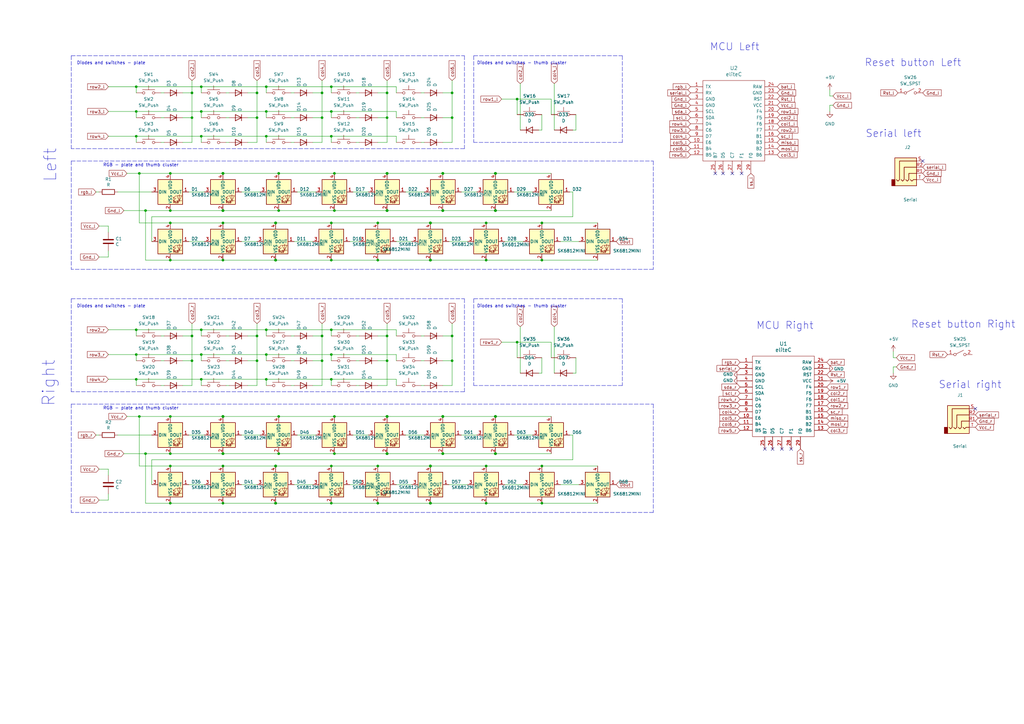
<source format=kicad_sch>
(kicad_sch (version 20211123) (generator eeschema)
  (paper "A3")
  (junction (at 114.3 71.12))
  (junction (at 158.75 186.055) (diameter 1.016))
  (junction (at 176.53 206.375) (diameter 1.016))
  (junction (at 91.44 86.36) (diameter 1.016))
  (junction (at 69.85 191.135))
  (junction (at 203.2 186.055) (diameter 1.016))
  (junction (at 91.44 206.375))
  (junction (at 59.69 186.055))
  (junction (at 109.22 45.72))
  (junction (at 181.61 170.815) (diameter 1.016))
  (junction (at 158.75 71.12) (diameter 1.016))
  (junction (at 222.25 191.135))
  (junction (at 212.09 40.64))
  (junction (at 82.55 55.88))
  (junction (at 176.53 106.68) (diameter 1.016))
  (junction (at 199.39 91.44))
  (junction (at 114.3 86.36))
  (junction (at 55.88 55.88))
  (junction (at 91.44 191.135))
  (junction (at 69.85 71.12))
  (junction (at 154.94 191.135))
  (junction (at 105.41 38.1))
  (junction (at 113.03 206.375) (diameter 1.016))
  (junction (at 91.44 91.44))
  (junction (at 176.53 91.44) (diameter 1.016))
  (junction (at 199.39 106.68))
  (junction (at 109.22 35.56))
  (junction (at 113.03 91.44) (diameter 1.016))
  (junction (at 185.42 38.1))
  (junction (at 69.85 86.36))
  (junction (at 135.89 55.88))
  (junction (at 82.55 35.56))
  (junction (at 132.08 38.1))
  (junction (at 114.3 186.055))
  (junction (at 91.44 71.12) (diameter 1.016))
  (junction (at 181.61 86.36) (diameter 1.016))
  (junction (at 135.89 145.415))
  (junction (at 212.09 140.335))
  (junction (at 158.75 38.1))
  (junction (at 203.2 170.815) (diameter 1.016))
  (junction (at 132.08 48.26))
  (junction (at 135.89 206.375))
  (junction (at 69.85 170.815))
  (junction (at 135.89 45.72))
  (junction (at 185.42 48.26))
  (junction (at 137.16 86.36))
  (junction (at 199.39 191.135))
  (junction (at 55.88 135.255))
  (junction (at 82.55 45.72))
  (junction (at 135.89 191.135))
  (junction (at 154.94 206.375))
  (junction (at 109.22 55.88))
  (junction (at 137.16 71.12))
  (junction (at 158.75 137.795))
  (junction (at 199.39 206.375))
  (junction (at 135.89 155.575))
  (junction (at 91.44 106.68))
  (junction (at 55.88 145.415))
  (junction (at 222.25 106.68))
  (junction (at 113.03 106.68) (diameter 1.016))
  (junction (at 91.44 170.815) (diameter 1.016))
  (junction (at 135.89 106.68))
  (junction (at 109.22 135.255))
  (junction (at 181.61 71.12) (diameter 1.016))
  (junction (at 158.75 147.955))
  (junction (at 135.89 35.56))
  (junction (at 82.55 145.415))
  (junction (at 82.55 135.255))
  (junction (at 105.41 147.955))
  (junction (at 137.16 186.055))
  (junction (at 132.08 147.955))
  (junction (at 222.25 91.44))
  (junction (at 82.55 155.575))
  (junction (at 185.42 147.955))
  (junction (at 69.85 91.44))
  (junction (at 105.41 137.795))
  (junction (at 91.44 186.055) (diameter 1.016))
  (junction (at 181.61 186.055) (diameter 1.016))
  (junction (at 176.53 191.135) (diameter 1.016))
  (junction (at 109.22 145.415))
  (junction (at 69.85 106.68))
  (junction (at 114.3 170.815))
  (junction (at 113.03 191.135) (diameter 1.016))
  (junction (at 59.69 86.36))
  (junction (at 78.74 38.1))
  (junction (at 105.41 48.26))
  (junction (at 109.22 155.575))
  (junction (at 222.25 206.375))
  (junction (at 137.16 170.815))
  (junction (at 158.75 86.36) (diameter 1.016))
  (junction (at 69.85 186.055))
  (junction (at 69.85 206.375))
  (junction (at 154.94 106.68))
  (junction (at 57.15 71.12))
  (junction (at 132.08 137.795))
  (junction (at 55.88 35.56))
  (junction (at 158.75 48.26))
  (junction (at 203.2 71.12) (diameter 1.016))
  (junction (at 185.42 137.795))
  (junction (at 78.74 137.795))
  (junction (at 158.75 170.815) (diameter 1.016))
  (junction (at 78.74 147.955))
  (junction (at 55.88 155.575))
  (junction (at 135.89 91.44))
  (junction (at 154.94 91.44))
  (junction (at 57.15 170.815))
  (junction (at 55.88 45.72))
  (junction (at 135.89 135.255))
  (junction (at 203.2 86.36) (diameter 1.016))
  (junction (at 78.74 48.26))
  (no_connect (at 313.69 184.15))
  (no_connect (at 378.46 66.04))
  (no_connect (at 316.865 184.15))
  (no_connect (at 320.675 184.15))
  (no_connect (at 293.37 71.12))
  (no_connect (at 300.355 71.12))
  (no_connect (at 304.165 71.12))
  (no_connect (at 296.545 71.12))
  (no_connect (at 400.05 167.64))
  (no_connect (at 324.485 184.15))
  (wire (pts (xy 77.47 198.755) (xy 83.82 198.755)))
  (wire (pts (xy 39.37 78.74) (xy 40.64 78.74)))
  (wire (pts (xy 59.69 86.36) (xy 69.85 86.36)))
  (wire (pts (xy 199.39 91.44) (xy 222.25 91.44)))
  (wire (pts (xy 146.05 38.1) (xy 147.32 38.1)))
  (wire (pts (xy 185.42 48.26) (xy 185.42 58.42)))
  (polyline (pts (xy 267.97 210.185) (xy 29.21 210.185)))
  (wire (pts (xy 57.15 71.12) (xy 57.15 91.44)))
  (wire (pts (xy 109.22 158.115) (xy 109.22 155.575)))
  (wire (pts (xy 48.26 178.435) (xy 62.23 178.435)))
  (wire (pts (xy 92.71 137.795) (xy 93.98 137.795)))
  (wire (pts (xy 181.61 48.26) (xy 185.42 48.26)))
  (wire (pts (xy 105.41 147.955) (xy 105.41 158.115)))
  (wire (pts (xy 101.6 137.795) (xy 105.41 137.795)))
  (wire (pts (xy 226.06 140.335) (xy 226.06 146.685)))
  (wire (pts (xy 55.88 137.795) (xy 55.88 135.255)))
  (wire (pts (xy 162.56 198.755) (xy 168.91 198.755)))
  (wire (pts (xy 109.22 58.42) (xy 109.22 55.88)))
  (wire (pts (xy 109.22 137.795) (xy 109.22 135.255)))
  (wire (pts (xy 135.89 91.44) (xy 154.94 91.44)))
  (wire (pts (xy 120.65 198.755) (xy 128.27 198.755)))
  (wire (pts (xy 135.89 45.72) (xy 162.56 45.72)))
  (polyline (pts (xy 29.21 165.735) (xy 267.97 165.735)))
  (wire (pts (xy 77.47 178.435) (xy 83.82 178.435)))
  (wire (pts (xy 55.88 35.56) (xy 82.55 35.56)))
  (wire (pts (xy 162.56 137.795) (xy 162.56 135.255)))
  (wire (pts (xy 227.33 34.29) (xy 227.33 53.34)))
  (wire (pts (xy 222.25 106.68) (xy 245.11 106.68)))
  (wire (pts (xy 185.42 137.795) (xy 185.42 147.955)))
  (wire (pts (xy 59.69 206.375) (xy 69.85 206.375)))
  (polyline (pts (xy 29.21 66.04) (xy 267.97 66.04)))
  (wire (pts (xy 55.88 58.42) (xy 55.88 55.88)))
  (wire (pts (xy 82.55 45.72) (xy 109.22 45.72)))
  (wire (pts (xy 234.95 188.595) (xy 234.95 178.435)))
  (wire (pts (xy 162.56 147.955) (xy 162.56 145.415)))
  (wire (pts (xy 158.75 71.12) (xy 181.61 71.12)))
  (wire (pts (xy 213.36 34.29) (xy 213.36 53.34)))
  (polyline (pts (xy 29.21 66.04) (xy 29.21 110.49)))
  (wire (pts (xy 109.22 55.88) (xy 135.89 55.88)))
  (wire (pts (xy 158.75 38.1) (xy 158.75 48.26)))
  (wire (pts (xy 78.74 137.795) (xy 78.74 147.955)))
  (wire (pts (xy 44.45 92.71) (xy 40.64 92.71)))
  (wire (pts (xy 184.15 99.06) (xy 191.77 99.06)))
  (wire (pts (xy 69.85 186.055) (xy 91.44 186.055)))
  (wire (pts (xy 172.72 137.795) (xy 173.99 137.795)))
  (wire (pts (xy 154.94 147.955) (xy 158.75 147.955)))
  (wire (pts (xy 44.45 192.405) (xy 40.64 192.405)))
  (wire (pts (xy 92.71 58.42) (xy 93.98 58.42)))
  (wire (pts (xy 143.51 99.06) (xy 147.32 99.06)))
  (wire (pts (xy 82.55 38.1) (xy 82.55 35.56)))
  (wire (pts (xy 226.06 40.64) (xy 226.06 46.99)))
  (wire (pts (xy 176.53 191.135) (xy 199.39 191.135)))
  (wire (pts (xy 120.65 99.06) (xy 128.27 99.06)))
  (wire (pts (xy 99.06 99.06) (xy 105.41 99.06)))
  (wire (pts (xy 172.72 147.955) (xy 173.99 147.955)))
  (wire (pts (xy 91.44 86.36) (xy 114.3 86.36)))
  (wire (pts (xy 44.45 205.105) (xy 44.45 202.565)))
  (wire (pts (xy 121.92 178.435) (xy 129.54 178.435)))
  (wire (pts (xy 57.15 191.135) (xy 69.85 191.135)))
  (wire (pts (xy 109.22 38.1) (xy 109.22 35.56)))
  (wire (pts (xy 62.23 188.595) (xy 234.95 188.595)))
  (wire (pts (xy 50.8 186.055) (xy 59.69 186.055)))
  (wire (pts (xy 59.69 186.055) (xy 69.85 186.055)))
  (wire (pts (xy 135.89 191.135) (xy 154.94 191.135)))
  (wire (pts (xy 184.15 198.755) (xy 191.77 198.755)))
  (wire (pts (xy 172.72 158.115) (xy 173.99 158.115)))
  (polyline (pts (xy 255.27 158.115) (xy 194.31 158.115)))
  (wire (pts (xy 128.27 48.26) (xy 132.08 48.26)))
  (wire (pts (xy 135.89 58.42) (xy 135.89 55.88)))
  (wire (pts (xy 185.42 132.715) (xy 185.42 137.795)))
  (wire (pts (xy 66.04 38.1) (xy 67.31 38.1)))
  (wire (pts (xy 222.25 153.035) (xy 220.98 153.035)))
  (wire (pts (xy 55.88 38.1) (xy 55.88 35.56)))
  (wire (pts (xy 66.04 137.795) (xy 67.31 137.795)))
  (wire (pts (xy 154.94 91.44) (xy 176.53 91.44)))
  (wire (pts (xy 132.08 137.795) (xy 132.08 147.955)))
  (wire (pts (xy 105.41 38.1) (xy 105.41 48.26)))
  (wire (pts (xy 105.41 33.02) (xy 105.41 38.1)))
  (wire (pts (xy 181.61 58.42) (xy 185.42 58.42)))
  (wire (pts (xy 101.6 147.955) (xy 105.41 147.955)))
  (wire (pts (xy 236.22 153.035) (xy 234.95 153.035)))
  (polyline (pts (xy 255.27 122.555) (xy 255.27 158.115)))
  (wire (pts (xy 137.16 86.36) (xy 158.75 86.36)))
  (wire (pts (xy 66.04 147.955) (xy 67.31 147.955)))
  (wire (pts (xy 366.395 144.145) (xy 366.395 146.685)))
  (wire (pts (xy 69.85 106.68) (xy 91.44 106.68)))
  (wire (pts (xy 162.56 99.06) (xy 168.91 99.06)))
  (wire (pts (xy 181.61 71.12) (xy 203.2 71.12)))
  (wire (pts (xy 229.87 99.06) (xy 237.49 99.06)))
  (wire (pts (xy 74.93 158.115) (xy 78.74 158.115)))
  (wire (pts (xy 78.74 132.715) (xy 78.74 137.795)))
  (wire (pts (xy 113.03 191.135) (xy 135.89 191.135)))
  (wire (pts (xy 162.56 48.26) (xy 162.56 45.72)))
  (wire (pts (xy 40.64 205.105) (xy 44.45 205.105)))
  (wire (pts (xy 128.27 147.955) (xy 132.08 147.955)))
  (wire (pts (xy 69.85 86.36) (xy 91.44 86.36)))
  (wire (pts (xy 154.94 48.26) (xy 158.75 48.26)))
  (wire (pts (xy 222.25 206.375) (xy 245.11 206.375)))
  (wire (pts (xy 135.89 137.795) (xy 135.89 135.255)))
  (wire (pts (xy 78.74 48.26) (xy 78.74 58.42)))
  (wire (pts (xy 181.61 86.36) (xy 203.2 86.36)))
  (wire (pts (xy 105.41 48.26) (xy 105.41 58.42)))
  (wire (pts (xy 82.55 58.42) (xy 82.55 55.88)))
  (wire (pts (xy 132.08 147.955) (xy 132.08 158.115)))
  (wire (pts (xy 210.82 78.74) (xy 218.44 78.74)))
  (wire (pts (xy 82.55 35.56) (xy 109.22 35.56)))
  (wire (pts (xy 203.2 170.815) (xy 226.06 170.815)))
  (wire (pts (xy 62.23 99.06) (xy 62.23 88.9)))
  (wire (pts (xy 158.75 147.955) (xy 158.75 158.115)))
  (wire (pts (xy 222.25 191.135) (xy 245.11 191.135)))
  (wire (pts (xy 154.94 206.375) (xy 176.53 206.375)))
  (wire (pts (xy 207.01 99.06) (xy 214.63 99.06)))
  (wire (pts (xy 181.61 186.055) (xy 203.2 186.055)))
  (wire (pts (xy 128.27 158.115) (xy 132.08 158.115)))
  (wire (pts (xy 205.74 140.335) (xy 212.09 140.335)))
  (wire (pts (xy 119.38 147.955) (xy 120.65 147.955)))
  (wire (pts (xy 99.06 78.74) (xy 106.68 78.74)))
  (wire (pts (xy 185.42 38.1) (xy 185.42 48.26)))
  (wire (pts (xy 162.56 158.115) (xy 162.56 155.575)))
  (wire (pts (xy 189.23 178.435) (xy 195.58 178.435)))
  (wire (pts (xy 69.85 91.44) (xy 91.44 91.44)))
  (wire (pts (xy 91.44 106.68) (xy 113.03 106.68)))
  (wire (pts (xy 162.56 58.42) (xy 162.56 55.88)))
  (wire (pts (xy 99.06 198.755) (xy 105.41 198.755)))
  (wire (pts (xy 114.3 186.055) (xy 137.16 186.055)))
  (wire (pts (xy 128.27 58.42) (xy 132.08 58.42)))
  (wire (pts (xy 144.78 78.74) (xy 151.13 78.74)))
  (wire (pts (xy 82.55 135.255) (xy 109.22 135.255)))
  (wire (pts (xy 128.27 38.1) (xy 132.08 38.1)))
  (wire (pts (xy 185.42 147.955) (xy 185.42 158.115)))
  (wire (pts (xy 128.27 137.795) (xy 132.08 137.795)))
  (wire (pts (xy 146.05 158.115) (xy 147.32 158.115)))
  (wire (pts (xy 166.37 78.74) (xy 173.99 78.74)))
  (wire (pts (xy 176.53 106.68) (xy 199.39 106.68)))
  (wire (pts (xy 176.53 206.375) (xy 199.39 206.375)))
  (wire (pts (xy 154.94 158.115) (xy 158.75 158.115)))
  (polyline (pts (xy 190.5 160.655) (xy 29.21 160.655)))
  (wire (pts (xy 135.89 147.955) (xy 135.89 145.415)))
  (wire (pts (xy 105.41 132.715) (xy 105.41 137.795)))
  (wire (pts (xy 66.04 58.42) (xy 67.31 58.42)))
  (wire (pts (xy 69.85 191.135) (xy 91.44 191.135)))
  (wire (pts (xy 132.08 38.1) (xy 132.08 48.26)))
  (wire (pts (xy 212.09 140.335) (xy 226.06 140.335)))
  (wire (pts (xy 207.01 198.755) (xy 214.63 198.755)))
  (wire (pts (xy 82.55 147.955) (xy 82.55 145.415)))
  (wire (pts (xy 57.15 91.44) (xy 69.85 91.44)))
  (wire (pts (xy 340.36 43.18) (xy 341.63 43.18)))
  (wire (pts (xy 135.89 145.415) (xy 162.56 145.415)))
  (wire (pts (xy 82.55 55.88) (xy 109.22 55.88)))
  (wire (pts (xy 143.51 198.755) (xy 147.32 198.755)))
  (wire (pts (xy 146.05 137.795) (xy 147.32 137.795)))
  (wire (pts (xy 113.03 206.375) (xy 135.89 206.375)))
  (wire (pts (xy 44.45 105.41) (xy 44.45 102.87)))
  (wire (pts (xy 78.74 33.02) (xy 78.74 38.1)))
  (wire (pts (xy 213.36 133.985) (xy 213.36 153.035)))
  (wire (pts (xy 340.36 39.37) (xy 341.63 39.37)))
  (wire (pts (xy 69.85 206.375) (xy 91.44 206.375)))
  (wire (pts (xy 99.06 178.435) (xy 106.68 178.435)))
  (wire (pts (xy 366.395 150.495) (xy 367.665 150.495)))
  (wire (pts (xy 199.39 106.68) (xy 222.25 106.68)))
  (wire (pts (xy 154.94 191.135) (xy 176.53 191.135)))
  (polyline (pts (xy 190.5 22.86) (xy 190.5 60.96)))
  (wire (pts (xy 59.69 86.36) (xy 59.69 106.68)))
  (wire (pts (xy 199.39 191.135) (xy 222.25 191.135)))
  (wire (pts (xy 233.68 78.74) (xy 234.95 78.74)))
  (wire (pts (xy 137.16 170.815) (xy 158.75 170.815)))
  (wire (pts (xy 203.2 186.055) (xy 226.06 186.055)))
  (wire (pts (xy 172.72 48.26) (xy 173.99 48.26)))
  (wire (pts (xy 181.61 170.815) (xy 203.2 170.815)))
  (wire (pts (xy 91.44 206.375) (xy 113.03 206.375)))
  (wire (pts (xy 158.75 86.36) (xy 181.61 86.36)))
  (wire (pts (xy 212.09 40.64) (xy 226.06 40.64)))
  (wire (pts (xy 55.88 155.575) (xy 82.55 155.575)))
  (wire (pts (xy 162.56 38.1) (xy 162.56 35.56)))
  (polyline (pts (xy 255.27 22.86) (xy 255.27 58.42)))
  (wire (pts (xy 212.09 140.335) (xy 212.09 146.685)))
  (wire (pts (xy 74.93 58.42) (xy 78.74 58.42)))
  (polyline (pts (xy 194.31 122.555) (xy 194.31 158.115)))
  (wire (pts (xy 222.25 146.685) (xy 222.25 153.035)))
  (wire (pts (xy 199.39 206.375) (xy 222.25 206.375)))
  (wire (pts (xy 91.44 91.44) (xy 113.03 91.44)))
  (wire (pts (xy 92.71 147.955) (xy 93.98 147.955)))
  (wire (pts (xy 119.38 137.795) (xy 120.65 137.795)))
  (wire (pts (xy 69.85 71.12) (xy 91.44 71.12)))
  (wire (pts (xy 144.78 178.435) (xy 151.13 178.435)))
  (wire (pts (xy 203.2 86.36) (xy 226.06 86.36)))
  (wire (pts (xy 55.88 48.26) (xy 55.88 45.72)))
  (wire (pts (xy 135.89 155.575) (xy 162.56 155.575)))
  (wire (pts (xy 158.75 132.715) (xy 158.75 137.795)))
  (wire (pts (xy 135.89 38.1) (xy 135.89 35.56)))
  (wire (pts (xy 55.88 135.255) (xy 82.55 135.255)))
  (wire (pts (xy 91.44 170.815) (xy 114.3 170.815)))
  (wire (pts (xy 229.87 198.755) (xy 237.49 198.755)))
  (wire (pts (xy 78.74 38.1) (xy 78.74 48.26)))
  (wire (pts (xy 44.45 135.255) (xy 55.88 135.255)))
  (wire (pts (xy 92.71 48.26) (xy 93.98 48.26)))
  (wire (pts (xy 66.04 48.26) (xy 67.31 48.26)))
  (wire (pts (xy 135.89 206.375) (xy 154.94 206.375)))
  (wire (pts (xy 181.61 137.795) (xy 185.42 137.795)))
  (wire (pts (xy 109.22 145.415) (xy 135.89 145.415)))
  (wire (pts (xy 135.89 158.115) (xy 135.89 155.575)))
  (polyline (pts (xy 190.5 122.555) (xy 190.5 160.655)))
  (wire (pts (xy 55.88 55.88) (xy 82.55 55.88)))
  (wire (pts (xy 109.22 35.56) (xy 135.89 35.56)))
  (wire (pts (xy 181.61 38.1) (xy 185.42 38.1)))
  (wire (pts (xy 132.08 132.715) (xy 132.08 137.795)))
  (polyline (pts (xy 190.5 60.96) (xy 29.21 60.96)))
  (wire (pts (xy 48.26 78.74) (xy 62.23 78.74)))
  (wire (pts (xy 176.53 91.44) (xy 199.39 91.44)))
  (wire (pts (xy 109.22 48.26) (xy 109.22 45.72)))
  (wire (pts (xy 91.44 71.12) (xy 114.3 71.12)))
  (wire (pts (xy 205.74 40.64) (xy 212.09 40.64)))
  (wire (pts (xy 137.16 186.055) (xy 158.75 186.055)))
  (wire (pts (xy 55.88 145.415) (xy 82.55 145.415)))
  (wire (pts (xy 137.16 71.12) (xy 158.75 71.12)))
  (wire (pts (xy 119.38 58.42) (xy 120.65 58.42)))
  (wire (pts (xy 135.89 106.68) (xy 154.94 106.68)))
  (polyline (pts (xy 29.21 22.86) (xy 190.5 22.86)))
  (wire (pts (xy 158.75 137.795) (xy 158.75 147.955)))
  (wire (pts (xy 44.45 155.575) (xy 55.88 155.575)))
  (wire (pts (xy 236.22 53.34) (xy 234.95 53.34)))
  (wire (pts (xy 114.3 86.36) (xy 137.16 86.36)))
  (wire (pts (xy 44.45 194.945) (xy 44.45 192.405)))
  (polyline (pts (xy 255.27 58.42) (xy 194.31 58.42)))
  (wire (pts (xy 119.38 158.115) (xy 120.65 158.115)))
  (wire (pts (xy 121.92 78.74) (xy 129.54 78.74)))
  (polyline (pts (xy 29.21 122.555) (xy 29.21 160.655)))
  (wire (pts (xy 82.55 158.115) (xy 82.55 155.575)))
  (wire (pts (xy 222.25 91.44) (xy 245.11 91.44)))
  (wire (pts (xy 101.6 58.42) (xy 105.41 58.42)))
  (wire (pts (xy 146.05 58.42) (xy 147.32 58.42)))
  (wire (pts (xy 340.36 36.83) (xy 340.36 39.37)))
  (wire (pts (xy 105.41 137.795) (xy 105.41 147.955)))
  (wire (pts (xy 74.93 147.955) (xy 78.74 147.955)))
  (wire (pts (xy 77.47 78.74) (xy 83.82 78.74)))
  (wire (pts (xy 119.38 38.1) (xy 120.65 38.1)))
  (wire (pts (xy 172.72 58.42) (xy 173.99 58.42)))
  (polyline (pts (xy 29.21 22.86) (xy 29.21 60.96)))
  (wire (pts (xy 109.22 45.72) (xy 135.89 45.72)))
  (wire (pts (xy 57.15 170.815) (xy 69.85 170.815)))
  (wire (pts (xy 166.37 178.435) (xy 173.99 178.435)))
  (wire (pts (xy 62.23 88.9) (xy 234.95 88.9)))
  (wire (pts (xy 119.38 48.26) (xy 120.65 48.26)))
  (wire (pts (xy 146.05 147.955) (xy 147.32 147.955)))
  (wire (pts (xy 236.22 146.685) (xy 236.22 153.035)))
  (wire (pts (xy 109.22 135.255) (xy 135.89 135.255)))
  (wire (pts (xy 109.22 155.575) (xy 135.89 155.575)))
  (wire (pts (xy 366.395 153.035) (xy 366.395 150.495)))
  (wire (pts (xy 227.33 133.985) (xy 227.33 153.035)))
  (wire (pts (xy 135.89 48.26) (xy 135.89 45.72)))
  (wire (pts (xy 212.09 40.64) (xy 212.09 46.99)))
  (wire (pts (xy 154.94 106.68) (xy 176.53 106.68)))
  (wire (pts (xy 52.07 71.12) (xy 57.15 71.12)))
  (wire (pts (xy 113.03 106.68) (xy 135.89 106.68)))
  (wire (pts (xy 55.88 147.955) (xy 55.88 145.415)))
  (wire (pts (xy 82.55 137.795) (xy 82.55 135.255)))
  (wire (pts (xy 44.45 45.72) (xy 55.88 45.72)))
  (wire (pts (xy 78.74 147.955) (xy 78.74 158.115)))
  (wire (pts (xy 132.08 48.26) (xy 132.08 58.42)))
  (wire (pts (xy 234.95 88.9) (xy 234.95 78.74)))
  (wire (pts (xy 181.61 147.955) (xy 185.42 147.955)))
  (wire (pts (xy 69.85 170.815) (xy 91.44 170.815)))
  (wire (pts (xy 113.03 91.44) (xy 135.89 91.44)))
  (wire (pts (xy 44.45 145.415) (xy 55.88 145.415)))
  (wire (pts (xy 74.93 48.26) (xy 78.74 48.26)))
  (wire (pts (xy 39.37 178.435) (xy 40.64 178.435)))
  (wire (pts (xy 222.25 53.34) (xy 220.98 53.34)))
  (wire (pts (xy 158.75 186.055) (xy 181.61 186.055)))
  (wire (pts (xy 135.89 55.88) (xy 162.56 55.88)))
  (polyline (pts (xy 194.31 22.86) (xy 255.27 22.86)))
  (wire (pts (xy 55.88 158.115) (xy 55.88 155.575)))
  (wire (pts (xy 57.15 71.12) (xy 69.85 71.12)))
  (wire (pts (xy 91.44 191.135) (xy 113.03 191.135)))
  (wire (pts (xy 185.42 33.02) (xy 185.42 38.1)))
  (wire (pts (xy 66.04 158.115) (xy 67.31 158.115)))
  (wire (pts (xy 146.05 48.26) (xy 147.32 48.26)))
  (wire (pts (xy 92.71 158.115) (xy 93.98 158.115)))
  (polyline (pts (xy 29.21 165.735) (xy 29.21 210.185)))
  (wire (pts (xy 82.55 48.26) (xy 82.55 45.72)))
  (wire (pts (xy 181.61 158.115) (xy 185.42 158.115)))
  (polyline (pts (xy 194.31 122.555) (xy 255.27 122.555)))
  (polyline (pts (xy 267.97 66.04) (xy 267.97 110.49)))
  (wire (pts (xy 366.395 146.685) (xy 367.665 146.685)))
  (wire (pts (xy 57.15 170.815) (xy 57.15 191.135)))
  (wire (pts (xy 50.8 86.36) (xy 59.69 86.36)))
  (wire (pts (xy 55.88 45.72) (xy 82.55 45.72)))
  (wire (pts (xy 77.47 99.06) (xy 83.82 99.06)))
  (wire (pts (xy 40.64 105.41) (xy 44.45 105.41)))
  (wire (pts (xy 52.07 170.815) (xy 57.15 170.815)))
  (wire (pts (xy 210.82 178.435) (xy 218.44 178.435)))
  (wire (pts (xy 135.89 35.56) (xy 162.56 35.56)))
  (polyline (pts (xy 267.97 165.735) (xy 267.97 210.185)))
  (wire (pts (xy 154.94 38.1) (xy 158.75 38.1)))
  (wire (pts (xy 74.93 137.795) (xy 78.74 137.795)))
  (wire (pts (xy 158.75 170.815) (xy 181.61 170.815)))
  (wire (pts (xy 154.94 137.795) (xy 158.75 137.795)))
  (wire (pts (xy 101.6 48.26) (xy 105.41 48.26)))
  (wire (pts (xy 62.23 198.755) (xy 62.23 188.595)))
  (wire (pts (xy 236.22 46.99) (xy 236.22 53.34)))
  (wire (pts (xy 74.93 38.1) (xy 78.74 38.1)))
  (wire (pts (xy 222.25 46.99) (xy 222.25 53.34)))
  (wire (pts (xy 132.08 33.02) (xy 132.08 38.1)))
  (polyline (pts (xy 267.97 110.49) (xy 29.21 110.49)))
  (wire (pts (xy 189.23 78.74) (xy 195.58 78.74)))
  (wire (pts (xy 158.75 33.02) (xy 158.75 38.1)))
  (wire (pts (xy 101.6 38.1) (xy 105.41 38.1)))
  (wire (pts (xy 44.45 35.56) (xy 55.88 35.56)))
  (wire (pts (xy 109.22 147.955) (xy 109.22 145.415)))
  (wire (pts (xy 92.71 38.1) (xy 93.98 38.1)))
  (wire (pts (xy 154.94 58.42) (xy 158.75 58.42)))
  (wire (pts (xy 114.3 71.12) (xy 137.16 71.12)))
  (wire (pts (xy 91.44 186.055) (xy 114.3 186.055)))
  (wire (pts (xy 135.89 135.255) (xy 162.56 135.255)))
  (wire (pts (xy 44.45 95.25) (xy 44.45 92.71)))
  (wire (pts (xy 44.45 55.88) (xy 55.88 55.88)))
  (wire (pts (xy 172.72 38.1) (xy 173.99 38.1)))
  (wire (pts (xy 340.36 45.72) (xy 340.36 43.18)))
  (wire (pts (xy 203.2 71.12) (xy 226.06 71.12)))
  (polyline (pts (xy 194.31 22.86) (xy 194.31 58.42)))
  (wire (pts (xy 114.3 170.815) (xy 137.16 170.815)))
  (wire (pts (xy 82.55 155.575) (xy 109.22 155.575)))
  (wire (pts (xy 59.69 106.68) (xy 69.85 106.68)))
  (wire (pts (xy 233.68 178.435) (xy 234.95 178.435)))
  (wire (pts (xy 82.55 145.415) (xy 109.22 145.415)))
  (polyline (pts (xy 29.21 122.555) (xy 190.5 122.555)))
  (wire (pts (xy 158.75 48.26) (xy 158.75 58.42)))
  (wire (pts (xy 101.6 158.115) (xy 105.41 158.115)))
  (wire (pts (xy 59.69 186.055) (xy 59.69 206.375)))
  (text "MCU Left" (at 291.084 21.082 0) (effects (font (size 3 3)) (justify left bottom)))
  (text "Reset button Right" (at 373.634 134.874 0) (effects (font (size 3 3)) (justify left bottom)))
  (text "Diodes and switches - plate" (at 59.69 126.365 180) (effects (font (size 1.27 1.27)) (justify right bottom)))
  (text "Left" (at 23.495 74.93 90) (effects (font (size 5 5)) (justify left bottom)))
  (text "Serial left" (at 354.965 56.642 0) (effects (font (size 3 3)) (justify left bottom)))
  (text "MCU Right" (at 310.134 135.382 0) (effects (font (size 3 3)) (justify left bottom)))
  (text "Diodes and switches - plate" (at 59.69 26.67 180) (effects (font (size 1.27 1.27)) (justify right bottom)))
  (text "Reset button Left" (at 354.584 27.559 0) (effects (font (size 3 3)) (justify left bottom)))
  (text "Diodes and switches - thumb cluster" (at 232.41 126.365 180) (effects (font (size 1.27 1.27)) (justify right bottom)))
  (text "RGB - plate and thumb cluster" (at 73.3044 68.5292 180) (effects (font (size 1.27 1.27)) (justify right bottom)))
  (text "Right" (at 22.86 167.005 90) (effects (font (size 5 5)) (justify left bottom)))
  (text "RGB - plate and thumb cluster" (at 73.3044 168.2242 180) (effects (font (size 1.27 1.27)) (justify right bottom)))
  (text "Serial right" (at 384.937 159.639 0) (effects (font (size 3 3)) (justify left bottom)))
  (text "Diodes and switches - thumb cluster" (at 232.41 26.67 180) (effects (font (size 1.27 1.27)) (justify right bottom)))
  (global_label "row2_r" (shape input) (at 44.45 135.255 180) (property "Intersheet References" "${INTERSHEET_REFS}" (effects hide)))
  (global_label "Gnd_r" (shape input) (at 367.665 150.495 0) (property "Intersheet References" "${INTERSHEET_REFS}" (effects hide)))
  (global_label "serial_l" (shape input) (at 283.21 38.1 180) (property "Intersheet References" "${INTERSHEET_REFS}" (effects hide)))
  (global_label "row5_l" (shape input) (at 283.21 63.5 180) (property "Intersheet References" "${INTERSHEET_REFS}" (effects hide)))
  (global_label "row1_l" (shape input) (at 318.77 45.72 0) (property "Intersheet References" "${INTERSHEET_REFS}" (effects hide)))
  (global_label "rgb_l" (shape input) (at 283.21 35.56 180) (property "Intersheet References" "${INTERSHEET_REFS}" (effects hide)))
  (global_label "Gnd_l" (shape input) (at 378.46 38.1 0) (property "Intersheet References" "${INTERSHEET_REFS}" (effects hide)))
  (global_label "col2_l" (shape input) (at 213.36 34.29 90) (property "Intersheet References" "${INTERSHEET_REFS}" (effects hide)))
  (global_label "Vcc_l" (shape input) (at 341.63 39.37 0) (property "Intersheet References" "${INTERSHEET_REFS}" (effects hide)))
  (global_label "mosi_r" (shape input) (at 339.09 173.99 0) (property "Intersheet References" "${INTERSHEET_REFS}" (effects hide)))
  (global_label "col5_r" (shape input) (at 158.75 132.715 90) (property "Intersheet References" "${INTERSHEET_REFS}" (effects hide)))
  (global_label "col5_l" (shape input) (at 283.21 58.42 180) (property "Intersheet References" "${INTERSHEET_REFS}" (effects hide)))
  (global_label "Vcc_r" (shape input) (at 367.665 146.685 0) (property "Intersheet References" "${INTERSHEET_REFS}" (effects hide)))
  (global_label "col4_l" (shape input) (at 227.33 34.29 90) (property "Intersheet References" "${INTERSHEET_REFS}" (effects hide)))
  (global_label "serial_r" (shape input) (at 303.53 151.13 180) (property "Intersheet References" "${INTERSHEET_REFS}" (effects hide)))
  (global_label "Rst_l" (shape input) (at 318.77 40.64 0) (property "Intersheet References" "${INTERSHEET_REFS}" (effects hide)))
  (global_label "bat_l" (shape input) (at 318.77 35.56 0) (property "Intersheet References" "${INTERSHEET_REFS}" (effects hide)))
  (global_label "Gnd_l" (shape input) (at 318.77 38.1 0) (property "Intersheet References" "${INTERSHEET_REFS}" (effects hide)))
  (global_label "col4_r" (shape input) (at 132.08 132.715 90) (property "Intersheet References" "${INTERSHEET_REFS}" (effects hide)))
  (global_label "miso_r" (shape input) (at 339.09 171.45 0) (property "Intersheet References" "${INTERSHEET_REFS}" (effects hide)))
  (global_label "Vcc_r" (shape input) (at 52.07 170.815 180) (property "Intersheet References" "${INTERSHEET_REFS}" (effects hide)))
  (global_label "ss_r" (shape input) (at 328.295 184.15 270) (property "Intersheet References" "${INTERSHEET_REFS}" (effects hide)))
  (global_label "mosi_l" (shape input) (at 318.77 60.96 0) (property "Intersheet References" "${INTERSHEET_REFS}" (effects hide)))
  (global_label "row4_l" (shape input) (at 283.21 50.8 180) (property "Intersheet References" "${INTERSHEET_REFS}" (effects hide)))
  (global_label "row2_l" (shape input) (at 44.45 35.56 180) (property "Intersheet References" "${INTERSHEET_REFS}" (effects hide)))
  (global_label "col3_l" (shape input) (at 105.41 33.02 90) (property "Intersheet References" "${INTERSHEET_REFS}" (effects hide)))
  (global_label "col1_r" (shape input) (at 339.09 163.83 0) (property "Intersheet References" "${INTERSHEET_REFS}" (effects hide)))
  (global_label "col6_l" (shape input) (at 283.21 60.96 180) (property "Intersheet References" "${INTERSHEET_REFS}" (effects hide)))
  (global_label "row4_r" (shape input) (at 44.45 155.575 180) (property "Intersheet References" "${INTERSHEET_REFS}" (effects hide)))
  (global_label "Gnd_l" (shape input) (at 40.64 105.41 180) (property "Intersheet References" "${INTERSHEET_REFS}" (effects hide)))
  (global_label "row1_l" (shape input) (at 205.74 40.64 180) (property "Intersheet References" "${INTERSHEET_REFS}" (effects hide)))
  (global_label "col6_r" (shape input) (at 185.42 132.715 90) (property "Intersheet References" "${INTERSHEET_REFS}" (effects hide)))
  (global_label "col4_l" (shape input) (at 132.08 33.02 90) (property "Intersheet References" "${INTERSHEET_REFS}" (effects hide)))
  (global_label "Vcc_l" (shape input) (at 318.77 43.18 0) (property "Intersheet References" "${INTERSHEET_REFS}" (effects hide)))
  (global_label "col3_l" (shape input) (at 318.77 63.5 0) (property "Intersheet References" "${INTERSHEET_REFS}" (effects hide)))
  (global_label "col2_l" (shape input) (at 318.77 48.26 0) (property "Intersheet References" "${INTERSHEET_REFS}" (effects hide)))
  (global_label "row2_r" (shape input) (at 339.09 166.37 0) (property "Intersheet References" "${INTERSHEET_REFS}" (effects hide)))
  (global_label "Dout" (shape input) (at 252.73 99.06 0) (property "Intersheet References" "${INTERSHEET_REFS}" (effects hide)))
  (global_label "Gnd_l" (shape input) (at 341.63 43.18 0) (property "Intersheet References" "${INTERSHEET_REFS}" (effects hide)))
  (global_label "col2_r" (shape input) (at 339.09 161.29 0) (property "Intersheet References" "${INTERSHEET_REFS}" (effects hide)))
  (global_label "col4_r" (shape input) (at 303.53 168.91 180) (property "Intersheet References" "${INTERSHEET_REFS}" (effects hide)))
  (global_label "row1_r" (shape input) (at 205.74 140.335 180) (property "Intersheet References" "${INTERSHEET_REFS}" (effects hide)))
  (global_label "col6_r" (shape input) (at 303.53 173.99 180) (property "Intersheet References" "${INTERSHEET_REFS}" (effects hide)))
  (global_label "Gnd_r" (shape input) (at 40.64 205.105 180) (property "Intersheet References" "${INTERSHEET_REFS}" (effects hide)))
  (global_label "sc_r" (shape input) (at 339.09 168.91 0) (property "Intersheet References" "${INTERSHEET_REFS}" (effects hide)))
  (global_label "ss_l" (shape input) (at 307.975 71.12 270) (property "Intersheet References" "${INTERSHEET_REFS}" (effects hide)))
  (global_label "row5_r" (shape input) (at 303.53 176.53 180) (property "Intersheet References" "${INTERSHEET_REFS}" (effects hide)))
  (global_label "row3_l" (shape input) (at 44.45 45.72 180) (property "Intersheet References" "${INTERSHEET_REFS}" (effects hide)))
  (global_label "rgb_r" (shape input) (at 39.37 178.435 180) (property "Intersheet References" "${INTERSHEET_REFS}" (effects hide)))
  (global_label "scl_l" (shape input) (at 283.21 48.26 180) (property "Intersheet References" "${INTERSHEET_REFS}" (effects hide)))
  (global_label "sda_r" (shape input) (at 303.53 158.75 180) (property "Intersheet References" "${INTERSHEET_REFS}" (effects hide)))
  (global_label "col4_l" (shape input) (at 283.21 55.88 180) (property "Intersheet References" "${INTERSHEET_REFS}" (effects hide)))
  (global_label "col6_l" (shape input) (at 185.42 33.02 90) (property "Intersheet References" "${INTERSHEET_REFS}" (effects hide)))
  (global_label "col1_l" (shape input) (at 318.77 50.8 0) (property "Intersheet References" "${INTERSHEET_REFS}" (effects hide)))
  (global_label "col3_r" (shape input) (at 339.09 176.53 0) (property "Intersheet References" "${INTERSHEET_REFS}" (effects hide)))
  (global_label "row4_r" (shape input) (at 303.53 163.83 180) (property "Intersheet References" "${INTERSHEET_REFS}" (effects hide)))
  (global_label "row1_r" (shape input) (at 339.09 158.75 0) (property "Intersheet References" "${INTERSHEET_REFS}" (effects hide)))
  (global_label "row4_l" (shape input) (at 44.45 55.88 180) (property "Intersheet References" "${INTERSHEET_REFS}" (effects hide)))
  (global_label "bat_r" (shape input) (at 339.09 148.59 0) (property "Intersheet References" "${INTERSHEET_REFS}" (effects hide)))
  (global_label "serial_l" (shape input) (at 378.46 68.58 0) (property "Intersheet References" "${INTERSHEET_REFS}" (effects hide)))
  (global_label "rgb_r" (shape input) (at 303.53 148.59 180) (property "Intersheet References" "${INTERSHEET_REFS}" (effects hide)))
  (global_label "Gnd_l" (shape input) (at 378.46 71.12 0) (property "Intersheet References" "${INTERSHEET_REFS}" (effects hide)))
  (global_label "miso_l" (shape input) (at 318.77 58.42 0) (property "Intersheet References" "${INTERSHEET_REFS}" (effects hide)))
  (global_label "serial_r" (shape input) (at 400.05 170.18 0) (property "Intersheet References" "${INTERSHEET_REFS}" (effects hide)))
  (global_label "col2_r" (shape input) (at 78.74 132.715 90) (property "Intersheet References" "${INTERSHEET_REFS}" (effects hide)))
  (global_label "Gnd_l" (shape input) (at 283.21 40.64 180) (property "Intersheet References" "${INTERSHEET_REFS}" (effects hide)))
  (global_label "scl_r" (shape input) (at 303.53 161.29 180) (property "Intersheet References" "${INTERSHEET_REFS}" (effects hide)))
  (global_label "col2_r" (shape input) (at 213.36 133.985 90) (property "Intersheet References" "${INTERSHEET_REFS}" (effects hide)))
  (global_label "Vcc_l" (shape input) (at 52.07 71.12 180) (property "Intersheet References" "${INTERSHEET_REFS}" (effects hide)))
  (global_label "Gnd_l" (shape input) (at 283.21 43.18 180) (property "Intersheet References" "${INTERSHEET_REFS}" (effects hide)))
  (global_label "Dout" (shape input) (at 252.73 198.755 0) (property "Intersheet References" "${INTERSHEET_REFS}" (effects hide)))
  (global_label "row3_r" (shape input) (at 44.45 145.415 180) (property "Intersheet References" "${INTERSHEET_REFS}" (effects hide)))
  (global_label "Vcc_r" (shape input) (at 400.05 175.26 0) (property "Intersheet References" "${INTERSHEET_REFS}" (effects hide)))
  (global_label "sda_l" (shape input) (at 283.21 45.72 180) (property "Intersheet References" "${INTERSHEET_REFS}" (effects hide)))
  (global_label "row3_l" (shape input) (at 283.21 53.34 180) (property "Intersheet References" "${INTERSHEET_REFS}" (effects hide)))
  (global_label "Vcc_l" (shape input) (at 40.64 92.71 180) (property "Intersheet References" "${INTERSHEET_REFS}" (effects hide)))
  (global_label "Gnd_l" (shape input) (at 50.8 86.36 180) (property "Intersheet References" "${INTERSHEET_REFS}" (effects hide)))
  (global_label "col4_r" (shape input) (at 227.33 133.985 90) (property "Intersheet References" "${INTERSHEET_REFS}" (effects hide)))
  (global_label "Vcc_l" (shape input) (at 378.46 73.66 0) (property "Intersheet References" "${INTERSHEET_REFS}" (effects hide)))
  (global_label "Vcc_r" (shape input) (at 40.64 192.405 180) (property "Intersheet References" "${INTERSHEET_REFS}" (effects hide)))
  (global_label "col5_r" (shape input) (at 303.53 171.45 180) (property "Intersheet References" "${INTERSHEET_REFS}" (effects hide)))
  (global_label "Rst_r" (shape input) (at 388.62 145.415 180) (property "Intersheet References" "${INTERSHEET_REFS}" (effects hide)))
  (global_label "col2_l" (shape input) (at 78.74 33.02 90) (property "Intersheet References" "${INTERSHEET_REFS}" (effects hide)))
  (global_label "Rst_r" (shape input) (at 339.09 153.67 0) (property "Intersheet References" "${INTERSHEET_REFS}" (effects hide)))
  (global_label "Gnd_r" (shape input) (at 400.05 172.72 0) (property "Intersheet References" "${INTERSHEET_REFS}" (effects hide)))
  (global_label "Rst_l" (shape input) (at 368.3 38.1 180) (property "Intersheet References" "${INTERSHEET_REFS}" (effects hide)))
  (global_label "Gnd_r" (shape input) (at 50.8 186.055 180) (property "Intersheet References" "${INTERSHEET_REFS}" (effects hide)))
  (global_label "col5_l" (shape input) (at 158.75 33.02 90) (property "Intersheet References" "${INTERSHEET_REFS}" (effects hide)))
  (global_label "col3_r" (shape input) (at 105.41 132.715 90) (property "Intersheet References" "${INTERSHEET_REFS}" (effects hide)))
  (global_label "sc_l" (shape input) (at 318.77 55.88 0) (property "Intersheet References" "${INTERSHEET_REFS}" (effects hide)))
  (global_label "row3_r" (shape input) (at 303.53 166.37 180) (property "Intersheet References" "${INTERSHEET_REFS}" (effects hide)))
  (global_label "rgb_l" (shape input) (at 39.37 78.74 180) (property "Intersheet References" "${INTERSHEET_REFS}" (effects hide)))
  (global_label "row2_l" (shape input) (at 318.77 53.34 0) (property "Intersheet References" "${INTERSHEET_REFS}" (effects hide)))
  (symbol (lib_id "Device:D") (at 177.8 48.26 180) (unit 1)
    (property "Reference" "D25" (at 175.895 45.72 90) (effects (justify right)))
    (property "Value" "D" (at 178.435 45.72 90) (effects (justify right)))
    (property "Footprint" "custom:Diode_TH_SOD123" (effects hide))
  )
  (symbol (lib_id "LED:SK6812MINI") (at 245.11 99.06 0) (unit 1)
    (property "Reference" "D34" (at 253.7461 97.9106 0) (effects (justify left)))
    (property "Value" "SK6812MINI" (at 251.46 102.87 0) (effects (justify left)))
    (property "Footprint" "libs2:YS-SK6812MINI-E_REVERSE" (effects hide))
    (property "Datasheet" "https://cdn-shop.adafruit.com/product-files/2686/SK6812MINI_REV.01-1-2.pdf" (effects hide))
  )
  (symbol (lib_id "Device:D") (at 177.8 147.955 180) (unit 1)
    (property "Reference" "D59" (at 175.895 145.415 90) (effects (justify right)))
    (property "Value" "D" (at 178.435 145.415 90) (effects (justify right)))
    (property "Footprint" "custom:Diode_TH_SOD123" (effects hide))
  )
  (symbol (lib_id "LED:SK6812MINI") (at 181.61 78.74 0) (unit 1)
    (property "Reference" "D27" (at 190.2461 77.5906 0) (effects (justify left)))
    (property "Value" "SK6812MINI" (at 190.2461 79.8893 0) (effects (justify left)))
    (property "Footprint" "libs2:YS-SK6812MINI-E_REVERSE" (effects hide))
    (property "Datasheet" "https://cdn-shop.adafruit.com/product-files/2686/SK6812MINI_REV.01-1-2.pdf" (effects hide))
  )
  (symbol (lib_id "Switch:SW_Push") (at 167.64 158.115 0) (unit 1)
    (property "Reference" "SW34" (at 167.64 150.495 0))
    (property "Value" "SW_Push" (at 167.64 153.035 0))
    (property "Footprint" "custom:SW_MX_reversible" (effects hide))
  )
  (symbol (lib_id "LED:SK6812MINI") (at 114.3 178.435 0) (unit 1)
    (property "Reference" "D46" (at 122.9361 177.2856 0) (effects (justify left)))
    (property "Value" "SK6812MINI" (at 122.9361 179.5843 0) (effects (justify left)))
    (property "Footprint" "libs2:YS-SK6812MINI-E_REVERSE" (effects hide))
    (property "Datasheet" "https://cdn-shop.adafruit.com/product-files/2686/SK6812MINI_REV.01-1-2.pdf" (effects hide))
  )
  (symbol (lib_id "Device:D") (at 97.79 137.795 180) (unit 1)
    (property "Reference" "D42" (at 95.885 135.255 90) (effects (justify right)))
    (property "Value" "D" (at 98.425 135.255 90) (effects (justify right)))
    (property "Footprint" "custom:Diode_TH_SOD123" (effects hide))
  )
  (symbol (lib_id "LED:SK6812MINI") (at 137.16 78.74 0) (unit 1)
    (property "Reference" "D17" (at 145.7961 77.5906 0) (effects (justify left)))
    (property "Value" "SK6812MINI" (at 145.7961 79.8893 0) (effects (justify left)))
    (property "Footprint" "libs2:YS-SK6812MINI-E_REVERSE" (effects hide))
    (property "Datasheet" "https://cdn-shop.adafruit.com/product-files/2686/SK6812MINI_REV.01-1-2.pdf" (effects hide))
  )
  (symbol (lib_id "power:+5V") (at 366.395 144.145 0) (unit 1)
    (property "Reference" "#PWR01" (effects hide))
    (property "Value" "+5V" (at 366.395 139.065 0))
  )
  (symbol (lib_id "LED:SK6812MINI") (at 137.16 178.435 0) (unit 1)
    (property "Reference" "D51" (at 145.7961 177.2856 0) (effects (justify left)))
    (property "Value" "SK6812MINI" (at 145.7961 179.5843 0) (effects (justify left)))
    (property "Footprint" "libs2:YS-SK6812MINI-E_REVERSE" (effects hide))
    (property "Datasheet" "https://cdn-shop.adafruit.com/product-files/2686/SK6812MINI_REV.01-1-2.pdf" (effects hide))
  )
  (symbol (lib_id "Device:D") (at 151.13 58.42 180) (unit 1)
    (property "Reference" "D20" (at 149.225 55.88 90) (effects (justify right)))
    (property "Value" "D" (at 151.765 55.88 90) (effects (justify right)))
    (property "Footprint" "custom:Diode_TH_SOD123" (effects hide))
  )
  (symbol (lib_id "Switch:SW_Push") (at 87.63 58.42 0) (unit 1)
    (property "Reference" "SW6" (at 87.63 50.8 0))
    (property "Value" "SW_Push" (at 87.63 53.34 0))
    (property "Footprint" "custom:SW_MX_reversible" (effects hide))
  )
  (symbol (lib_id "Switch:SW_Push") (at 60.96 38.1 0) (unit 1)
    (property "Reference" "SW1" (at 60.96 30.48 0))
    (property "Value" "SW_Push" (at 60.96 33.02 0))
    (property "Footprint" "custom:SW_MX_reversible" (effects hide))
  )
  (symbol (lib_id "LED:SK6812MINI") (at 176.53 99.06 0) (unit 1)
    (property "Reference" "D23" (at 185.1661 97.9106 0) (effects (justify left)))
    (property "Value" "SK6812MINI" (at 185.1661 100.2093 0) (effects (justify left)))
    (property "Footprint" "libs2:YS-SK6812MINI-E_REVERSE" (effects hide))
    (property "Datasheet" "https://cdn-shop.adafruit.com/product-files/2686/SK6812MINI_REV.01-1-2.pdf" (effects hide))
  )
  (symbol (lib_id "Switch:SW_Push") (at 140.97 38.1 0) (unit 1)
    (property "Reference" "SW10" (at 140.97 30.48 0))
    (property "Value" "SW_Push" (at 140.97 33.02 0))
    (property "Footprint" "custom:SW_MX_reversible" (effects hide))
  )
  (symbol (lib_id "LED:SK6812MINI") (at 114.3 78.74 0) (unit 1)
    (property "Reference" "D12" (at 122.9361 77.5906 0) (effects (justify left)))
    (property "Value" "SK6812MINI" (at 122.9361 79.8893 0) (effects (justify left)))
    (property "Footprint" "libs2:YS-SK6812MINI-E_REVERSE" (effects hide))
    (property "Datasheet" "https://cdn-shop.adafruit.com/product-files/2686/SK6812MINI_REV.01-1-2.pdf" (effects hide))
  )
  (symbol (lib_id "Switch:SW_Push") (at 60.96 147.955 0) (unit 1)
    (property "Reference" "SW19" (at 60.96 140.335 0))
    (property "Value" "SW_Push" (at 60.96 142.875 0))
    (property "Footprint" "custom:SW_MX_reversible" (effects hide))
  )
  (symbol (lib_id "Device:C") (at 44.45 99.06 0) (unit 1)
    (property "Reference" "C1" (at 47.3711 97.9106 0) (effects (justify left)))
    (property "Value" "C" (at 47.3711 100.2093 0) (effects (justify left)))
    (property "Footprint" "Capacitor_SMD:C_1206_3216Metric_Pad1.42x1.75mm_HandSolder" (effects hide))
  )
  (symbol (lib_id "LED:SK6812MINI") (at 158.75 178.435 0) (unit 1)
    (property "Reference" "D56" (at 167.3861 177.2856 0) (effects (justify left)))
    (property "Value" "SK6812MINI" (at 167.3861 179.5843 0) (effects (justify left)))
    (property "Footprint" "libs2:YS-SK6812MINI-E_REVERSE" (effects hide))
    (property "Datasheet" "https://cdn-shop.adafruit.com/product-files/2686/SK6812MINI_REV.01-1-2.pdf" (effects hide))
  )
  (symbol (lib_id "LED:SK6812MINI") (at 199.39 198.755 0) (unit 1)
    (property "Reference" "D62" (at 208.0261 197.6056 0) (effects (justify left)))
    (property "Value" "SK6812MINI" (at 205.74 200.025 0) (effects (justify left)))
    (property "Footprint" "libs2:YS-SK6812MINI-E_REVERSE" (effects hide))
    (property "Datasheet" "https://cdn-shop.adafruit.com/product-files/2686/SK6812MINI_REV.01-1-2.pdf" (effects hide))
  )
  (symbol (lib_id "Switch:SW_Push") (at 167.64 58.42 0) (unit 1)
    (property "Reference" "SW15" (at 167.64 50.8 0))
    (property "Value" "SW_Push" (at 167.64 53.34 0))
    (property "Footprint" "custom:SW_MX_reversible" (effects hide))
  )
  (symbol (lib_id "LED:SK6812MINI") (at 113.03 198.755 0) (unit 1)
    (property "Reference" "D45" (at 121.6661 197.6056 0) (effects (justify left)))
    (property "Value" "SK6812MINI" (at 121.6661 199.9043 0) (effects (justify left)))
    (property "Footprint" "libs2:YS-SK6812MINI-E_REVERSE" (effects hide))
    (property "Datasheet" "https://cdn-shop.adafruit.com/product-files/2686/SK6812MINI_REV.01-1-2.pdf" (effects hide))
  )
  (symbol (lib_id "Switch:SW_Push") (at 114.3 137.795 0) (unit 1)
    (property "Reference" "SW24" (at 114.3 130.175 0))
    (property "Value" "SW_Push" (at 114.3 132.715 0))
    (property "Footprint" "custom:SW_MX_reversible" (effects hide))
  )
  (symbol (lib_id "Switch:SW_Push") (at 167.64 147.955 0) (unit 1)
    (property "Reference" "SW33" (at 167.64 140.335 0))
    (property "Value" "SW_Push" (at 167.64 142.875 0))
    (property "Footprint" "custom:SW_MX_reversible" (effects hide))
  )
  (symbol (lib_id "LED:SK6812MINI") (at 91.44 78.74 0) (unit 1)
    (property "Reference" "D6" (at 100.0761 77.5906 0) (effects (justify left)))
    (property "Value" "SK6812MINI" (at 100.0761 79.8893 0) (effects (justify left)))
    (property "Footprint" "libs2:YS-SK6812MINI-E_REVERSE" (effects hide))
    (property "Datasheet" "https://cdn-shop.adafruit.com/product-files/2686/SK6812MINI_REV.01-1-2.pdf" (effects hide))
  )
  (symbol (lib_id "Switch:SW_Push") (at 217.17 146.685 0) (unit 1)
    (property "Reference" "SW35" (at 217.17 139.065 0))
    (property "Value" "SW_Push" (at 217.17 141.605 0))
    (property "Footprint" "custom:SW_MX_reversible" (effects hide))
  )
  (symbol (lib_id "LED:SK6812MINI") (at 135.89 99.06 0) (unit 1)
    (property "Reference" "D16" (at 144.5261 97.9106 0) (effects (justify left)))
    (property "Value" "SK6812MINI" (at 144.5261 100.2093 0) (effects (justify left)))
    (property "Footprint" "libs2:YS-SK6812MINI-E_REVERSE" (effects hide))
    (property "Datasheet" "https://cdn-shop.adafruit.com/product-files/2686/SK6812MINI_REV.01-1-2.pdf" (effects hide))
  )
  (symbol (lib_id "Switch:SW_Push") (at 114.3 38.1 0) (unit 1)
    (property "Reference" "SW7" (at 114.3 30.48 0))
    (property "Value" "SW_Push" (at 114.3 33.02 0))
    (property "Footprint" "custom:SW_MX_reversible" (effects hide))
  )
  (symbol (lib_id "Device:D") (at 71.12 147.955 180) (unit 1)
    (property "Reference" "D38" (at 69.215 145.415 90) (effects (justify right)))
    (property "Value" "D" (at 71.755 145.415 90) (effects (justify right)))
    (property "Footprint" "custom:Diode_TH_SOD123" (effects hide))
  )
  (symbol (lib_id "Device:D") (at 151.13 147.955 180) (unit 1)
    (property "Reference" "D53" (at 149.225 145.415 90) (effects (justify right)))
    (property "Value" "D" (at 151.765 145.415 90) (effects (justify right)))
    (property "Footprint" "custom:Diode_TH_SOD123" (effects hide))
  )
  (symbol (lib_id "LED:SK6812MINI") (at 154.94 198.755 0) (unit 1)
    (property "Reference" "D55" (at 163.5761 197.6056 0) (effects (justify left)))
    (property "Value" "SK6812MINI" (at 163.5761 199.9043 0) (effects (justify left)))
    (property "Footprint" "libs2:YS-SK6812MINI-E_REVERSE" (effects hide))
    (property "Datasheet" "https://cdn-shop.adafruit.com/product-files/2686/SK6812MINI_REV.01-1-2.pdf" (effects hide))
  )
  (symbol (lib_id "power:GND") (at 303.53 156.21 270) (unit 1)
    (property "Reference" "#PWR0113" (effects hide))
    (property "Value" "GND" (at 296.5451 156.054 90) (effects (justify left)))
  )
  (symbol (lib_id "Device:D") (at 177.8 158.115 180) (unit 1)
    (property "Reference" "D60" (at 175.895 155.575 90) (effects (justify right)))
    (property "Value" "D" (at 178.435 155.575 90) (effects (justify right)))
    (property "Footprint" "custom:Diode_TH_SOD123" (effects hide))
  )
  (symbol (lib_id "LED:SK6812MINI") (at 222.25 99.06 0) (unit 1)
    (property "Reference" "D31" (at 230.8861 97.9106 0) (effects (justify left)))
    (property "Value" "SK6812MINI" (at 228.6 102.87 0) (effects (justify left)))
    (property "Footprint" "libs2:YS-SK6812MINI-E_REVERSE" (effects hide))
    (property "Datasheet" "https://cdn-shop.adafruit.com/product-files/2686/SK6812MINI_REV.01-1-2.pdf" (effects hide))
  )
  (symbol (lib_id "Device:D") (at 217.17 53.34 0) (unit 1)
    (property "Reference" "D30" (at 217.17 46.99 0))
    (property "Value" "D" (at 217.17 49.53 0))
    (property "Footprint" "custom:Diode_TH_SOD123" (effects hide))
  )
  (symbol (lib_id "Device:D") (at 231.14 153.035 0) (unit 1)
    (property "Reference" "D67" (at 231.14 146.685 0))
    (property "Value" "D" (at 231.14 149.225 0))
    (property "Footprint" "custom:Diode_TH_SOD123" (effects hide))
  )
  (symbol (lib_id "Switch:SW_Push") (at 60.96 137.795 0) (unit 1)
    (property "Reference" "SW18" (at 60.96 130.175 0))
    (property "Value" "SW_Push" (at 60.96 132.715 0))
    (property "Footprint" "custom:SW_MX_reversible" (effects hide))
  )
  (symbol (lib_id "Device:D") (at 151.13 38.1 180) (unit 1)
    (property "Reference" "D18" (at 149.225 35.56 90) (effects (justify right)))
    (property "Value" "D" (at 151.765 35.56 90) (effects (justify right)))
    (property "Footprint" "custom:Diode_TH_SOD123" (effects hide))
  )
  (symbol (lib_id "Device:D") (at 71.12 58.42 180) (unit 1)
    (property "Reference" "D5" (at 69.215 55.88 90) (effects (justify right)))
    (property "Value" "D" (at 71.755 55.88 90) (effects (justify right)))
    (property "Footprint" "custom:Diode_TH_SOD123" (effects hide))
  )
  (symbol (lib_id "LED:SK6812MINI") (at 69.85 99.06 0) (unit 1)
    (property "Reference" "D2" (at 78.4861 97.9106 0) (effects (justify left)))
    (property "Value" "SK6812MINI" (at 78.4861 100.2093 0) (effects (justify left)))
    (property "Footprint" "libs2:YS-SK6812MINI-E_REVERSE" (effects hide))
    (property "Datasheet" "https://cdn-shop.adafruit.com/product-files/2686/SK6812MINI_REV.01-1-2.pdf" (effects hide))
  )
  (symbol (lib_id "Switch:SW_Push") (at 60.96 48.26 0) (unit 1)
    (property "Reference" "SW2" (at 60.96 40.64 0))
    (property "Value" "SW_Push" (at 60.96 43.18 0))
    (property "Footprint" "custom:SW_MX_reversible" (effects hide))
  )
  (symbol (lib_id "Device:D") (at 124.46 48.26 180) (unit 1)
    (property "Reference" "D14" (at 122.555 45.72 90) (effects (justify right)))
    (property "Value" "D" (at 125.095 45.72 90) (effects (justify right)))
    (property "Footprint" "custom:Diode_TH_SOD123" (effects hide))
  )
  (symbol (lib_id "Device:D") (at 177.8 58.42 180) (unit 1)
    (property "Reference" "D26" (at 175.895 55.88 90) (effects (justify right)))
    (property "Value" "D" (at 178.435 55.88 90) (effects (justify right)))
    (property "Footprint" "custom:Diode_TH_SOD123" (effects hide))
  )
  (symbol (lib_id "Device:D") (at 97.79 48.26 180) (unit 1)
    (property "Reference" "D9" (at 95.885 45.72 90) (effects (justify right)))
    (property "Value" "D" (at 98.425 45.72 90) (effects (justify right)))
    (property "Footprint" "custom:Diode_TH_SOD123" (effects hide))
  )
  (symbol (lib_id "Switch:SW_Push") (at 140.97 147.955 0) (unit 1)
    (property "Reference" "SW30" (at 140.97 140.335 0))
    (property "Value" "SW_Push" (at 140.97 142.875 0))
    (property "Footprint" "custom:SW_MX_reversible" (effects hide))
  )
  (symbol (lib_id "power:GND") (at 303.53 153.67 270) (unit 1)
    (property "Reference" "#PWR0114" (effects hide))
    (property "Value" "GND" (at 296.5451 153.514 90) (effects (justify left)))
  )
  (symbol (lib_id "LED:SK6812MINI") (at 226.06 78.74 0) (unit 1)
    (property "Reference" "D32" (at 234.6961 77.5906 0) (effects (justify left)))
    (property "Value" "SK6812MINI" (at 156.8451 102.2413 0) (effects (justify left)))
    (property "Footprint" "libs2:YS-SK6812MINI-E_REVERSE" (effects hide))
    (property "Datasheet" "https://cdn-shop.adafruit.com/product-files/2686/SK6812MINI_REV.01-1-2.pdf" (effects hide))
  )
  (symbol (lib_id "Switch:SW_Push") (at 60.96 58.42 0) (unit 1)
    (property "Reference" "SW3" (at 60.96 50.8 0))
    (property "Value" "SW_Push" (at 60.96 53.34 0))
    (property "Footprint" "custom:SW_MX_reversible" (effects hide))
  )
  (symbol (lib_id "Device:D") (at 97.79 58.42 180) (unit 1)
    (property "Reference" "D10" (at 95.885 55.88 90) (effects (justify right)))
    (property "Value" "D" (at 98.425 55.88 90) (effects (justify right)))
    (property "Footprint" "custom:Diode_TH_SOD123" (effects hide))
  )
  (symbol (lib_id "LED:SK6812MINI") (at 199.39 99.06 0) (unit 1)
    (property "Reference" "D28" (at 208.0261 97.9106 0) (effects (justify left)))
    (property "Value" "SK6812MINI" (at 205.74 100.33 0) (effects (justify left)))
    (property "Footprint" "libs2:YS-SK6812MINI-E_REVERSE" (effects hide))
    (property "Datasheet" "https://cdn-shop.adafruit.com/product-files/2686/SK6812MINI_REV.01-1-2.pdf" (effects hide))
  )
  (symbol (lib_id "Switch:SW_Push") (at 60.96 158.115 0) (unit 1)
    (property "Reference" "SW20" (at 60.96 150.495 0))
    (property "Value" "SW_Push" (at 60.96 153.035 0))
    (property "Footprint" "custom:SW_MX_reversible" (effects hide))
  )
  (symbol (lib_id "Device:D") (at 217.17 153.035 0) (unit 1)
    (property "Reference" "D64" (at 217.17 146.685 0))
    (property "Value" "D" (at 217.17 149.225 0))
    (property "Footprint" "custom:Diode_TH_SOD123" (effects hide))
  )
  (symbol (lib_id "Device:D") (at 71.12 137.795 180) (unit 1)
    (property "Reference" "D37" (at 69.215 135.255 90) (effects (justify right)))
    (property "Value" "D" (at 71.755 135.255 90) (effects (justify right)))
    (property "Footprint" "custom:Diode_TH_SOD123" (effects hide))
  )
  (symbol (lib_id "Device:R") (at 44.45 78.74 90) (unit 1)
    (property "Reference" "R1" (at 44.45 73.5138 90))
    (property "Value" "R" (at 44.45 75.8125 90))
    (property "Footprint" "Resistor_SMD:R_1206_3216Metric_Pad1.42x1.75mm_HandSolder" (effects hide))
  )
  (symbol (lib_id "LED:SK6812MINI") (at 91.44 99.06 0) (unit 1)
    (property "Reference" "D7" (at 100.0761 97.9106 0) (effects (justify left)))
    (property "Value" "SK6812MINI" (at 100.0761 100.2093 0) (effects (justify left)))
    (property "Footprint" "libs2:YS-SK6812MINI-E_REVERSE" (effects hide))
    (property "Datasheet" "https://cdn-shop.adafruit.com/product-files/2686/SK6812MINI_REV.01-1-2.pdf" (effects hide))
  )
  (symbol (lib_id "LED:SK6812MINI") (at 203.2 178.435 0) (unit 1)
    (property "Reference" "D63" (at 211.8361 177.2856 0) (effects (justify left)))
    (property "Value" "SK6812MINI" (at 211.8361 179.5843 0) (effects (justify left)))
    (property "Footprint" "libs2:YS-SK6812MINI-E_REVERSE" (effects hide))
    (property "Datasheet" "https://cdn-shop.adafruit.com/product-files/2686/SK6812MINI_REV.01-1-2.pdf" (effects hide))
  )
  (symbol (lib_id "LED:SK6812MINI") (at 226.06 178.435 0) (unit 1)
    (property "Reference" "D66" (at 234.6961 177.2856 0) (effects (justify left)))
    (property "Value" "SK6812MINI" (at 156.8451 201.9363 0) (effects (justify left)))
    (property "Footprint" "libs2:YS-SK6812MINI-E_REVERSE" (effects hide))
    (property "Datasheet" "https://cdn-shop.adafruit.com/product-files/2686/SK6812MINI_REV.01-1-2.pdf" (effects hide))
  )
  (symbol (lib_id "Device:D") (at 177.8 137.795 180) (unit 1)
    (property "Reference" "D58" (at 175.895 135.255 90) (effects (justify right)))
    (property "Value" "D" (at 178.435 135.255 90) (effects (justify right)))
    (property "Footprint" "custom:Diode_TH_SOD123" (effects hide))
  )
  (symbol (lib_id "Device:D") (at 124.46 137.795 180) (unit 1)
    (property "Reference" "D47" (at 122.555 135.255 90) (effects (justify right)))
    (property "Value" "D" (at 125.095 135.255 90) (effects (justify right)))
    (property "Footprint" "custom:Diode_TH_SOD123" (effects hide))
  )
  (symbol (lib_id "Switch:SW_Push") (at 87.63 48.26 0) (unit 1)
    (property "Reference" "SW5" (at 87.63 40.64 0))
    (property "Value" "SW_Push" (at 87.63 43.18 0))
    (property "Footprint" "custom:SW_MX_reversible" (effects hide))
  )
  (symbol (lib_id "Device:C") (at 44.45 198.755 0) (unit 1)
    (property "Reference" "C2" (at 47.3711 197.6056 0) (effects (justify left)))
    (property "Value" "C" (at 47.3711 199.9043 0) (effects (justify left)))
    (property "Footprint" "Capacitor_SMD:C_1206_3216Metric_Pad1.42x1.75mm_HandSolder" (effects hide))
  )
  (symbol (lib_id "Switch:SW_Push") (at 167.64 38.1 0) (unit 1)
    (property "Reference" "SW13" (at 167.64 30.48 0))
    (property "Value" "SW_Push" (at 167.64 33.02 0))
    (property "Footprint" "custom:SW_MX_reversible" (effects hide))
  )
  (symbol (lib_id "Device:D") (at 124.46 158.115 180) (unit 1)
    (property "Reference" "D49" (at 122.555 155.575 90) (effects (justify right)))
    (property "Value" "D" (at 125.095 155.575 90) (effects (justify right)))
    (property "Footprint" "custom:Diode_TH_SOD123" (effects hide))
  )
  (symbol (lib_id "Device:D") (at 151.13 158.115 180) (unit 1)
    (property "Reference" "D54" (at 149.225 155.575 90) (effects (justify right)))
    (property "Value" "D" (at 151.765 155.575 90) (effects (justify right)))
    (property "Footprint" "custom:Diode_TH_SOD123" (effects hide))
  )
  (symbol (lib_id "Connector:AudioJack4") (at 394.97 170.18 0) (unit 1)
    (property "Reference" "J1" (at 393.827 162.0582 0))
    (property "Value" "Serial" (at 393.7 183.007 0))
    (property "Footprint" "Library:Jack_3.5mm_PJ320E_Horizontal" (effects hide))
  )
  (symbol (lib_id "power:GND") (at 340.36 45.72 0) (unit 1)
    (property "Reference" "#PWR0102" (effects hide))
    (property "Value" "GND" (at 340.36 50.8 0))
  )
  (symbol (lib_id "Device:D") (at 71.12 48.26 180) (unit 1)
    (property "Reference" "D4" (at 69.215 45.72 90) (effects (justify right)))
    (property "Value" "D" (at 71.755 45.72 90) (effects (justify right)))
    (property "Footprint" "custom:Diode_TH_SOD123" (effects hide))
  )
  (symbol (lib_id "LED:SK6812MINI") (at 69.85 198.755 0) (unit 1)
    (property "Reference" "D36" (at 78.4861 197.6056 0) (effects (justify left)))
    (property "Value" "SK6812MINI" (at 78.4861 199.9043 0) (effects (justify left)))
    (property "Footprint" "libs2:YS-SK6812MINI-E_REVERSE" (effects hide))
    (property "Datasheet" "https://cdn-shop.adafruit.com/product-files/2686/SK6812MINI_REV.01-1-2.pdf" (effects hide))
  )
  (symbol (lib_id "Device:D") (at 177.8 38.1 180) (unit 1)
    (property "Reference" "D24" (at 175.895 35.56 90) (effects (justify right)))
    (property "Value" "D" (at 178.435 35.56 90) (effects (justify right)))
    (property "Footprint" "custom:Diode_TH_SOD123" (effects hide))
  )
  (symbol (lib_id "power:+5V") (at 339.09 156.21 270) (unit 1)
    (property "Reference" "#PWR0111" (effects hide))
    (property "Value" "+5V" (at 342.9 156.2099 90) (effects (justify left)))
  )
  (symbol (lib_id "LED:SK6812MINI") (at 222.25 198.755 0) (unit 1)
    (property "Reference" "D65" (at 230.8861 197.6056 0) (effects (justify left)))
    (property "Value" "SK6812MINI" (at 228.6 202.565 0) (effects (justify left)))
    (property "Footprint" "libs2:YS-SK6812MINI-E_REVERSE" (effects hide))
    (property "Datasheet" "https://cdn-shop.adafruit.com/product-files/2686/SK6812MINI_REV.01-1-2.pdf" (effects hide))
  )
  (symbol (lib_id "LED:SK6812MINI") (at 176.53 198.755 0) (unit 1)
    (property "Reference" "D57" (at 185.1661 197.6056 0) (effects (justify left)))
    (property "Value" "SK6812MINI" (at 185.1661 199.9043 0) (effects (justify left)))
    (property "Footprint" "libs2:YS-SK6812MINI-E_REVERSE" (effects hide))
    (property "Datasheet" "https://cdn-shop.adafruit.com/product-files/2686/SK6812MINI_REV.01-1-2.pdf" (effects hide))
  )
  (symbol (lib_id "LED:SK6812MINI") (at 154.94 99.06 0) (unit 1)
    (property "Reference" "D21" (at 163.5761 97.9106 0) (effects (justify left)))
    (property "Value" "SK6812MINI" (at 163.5761 100.2093 0) (effects (justify left)))
    (property "Footprint" "libs2:YS-SK6812MINI-E_REVERSE" (effects hide))
    (property "Datasheet" "https://cdn-shop.adafruit.com/product-files/2686/SK6812MINI_REV.01-1-2.pdf" (effects hide))
  )
  (symbol (lib_id "elite-C:eliteC") (at 321.31 167.64 0) (unit 1)
    (property "Reference" "U1" (at 321.31 140.97 0) (effects (font (size 1.524 1.524))))
    (property "Value" "eliteC" (at 321.31 143.51 0) (effects (font (size 1.524 1.524))))
    (property "Footprint" "Library:Elite-C" (effects hide))
  )
  (symbol (lib_id "Device:D") (at 124.46 38.1 180) (unit 1)
    (property "Reference" "D13" (at 122.555 35.56 90) (effects (justify right)))
    (property "Value" "D" (at 125.095 35.56 90) (effects (justify right)))
    (property "Footprint" "custom:Diode_TH_SOD123" (effects hide))
  )
  (symbol (lib_id "Switch:SW_Push") (at 217.17 46.99 0) (unit 1)
    (property "Reference" "SW16" (at 217.17 39.37 0))
    (property "Value" "SW_Push" (at 217.17 41.91 0))
    (property "Footprint" "custom:SW_MX_reversible" (effects hide))
  )
  (symbol (lib_id "Switch:SW_Push") (at 167.64 48.26 0) (unit 1)
    (property "Reference" "SW14" (at 167.64 40.64 0))
    (property "Value" "SW_Push" (at 167.64 43.18 0))
    (property "Footprint" "custom:SW_MX_reversible" (effects hide))
  )
  (symbol (lib_id "Device:D") (at 124.46 147.955 180) (unit 1)
    (property "Reference" "D48" (at 122.555 145.415 90) (effects (justify right)))
    (property "Value" "D" (at 125.095 145.415 90) (effects (justify right)))
    (property "Footprint" "custom:Diode_TH_SOD123" (effects hide))
  )
  (symbol (lib_id "LED:SK6812MINI") (at 135.89 198.755 0) (unit 1)
    (property "Reference" "D50" (at 144.5261 197.6056 0) (effects (justify left)))
    (property "Value" "SK6812MINI" (at 144.5261 199.9043 0) (effects (justify left)))
    (property "Footprint" "libs2:YS-SK6812MINI-E_REVERSE" (effects hide))
    (property "Datasheet" "https://cdn-shop.adafruit.com/product-files/2686/SK6812MINI_REV.01-1-2.pdf" (effects hide))
  )
  (symbol (lib_id "Switch:SW_Push") (at 114.3 58.42 0) (unit 1)
    (property "Reference" "SW9" (at 114.3 50.8 0))
    (property "Value" "SW_Push" (at 114.3 53.34 0))
    (property "Footprint" "custom:SW_MX_reversible" (effects hide))
  )
  (symbol (lib_id "Device:R") (at 44.45 178.435 90) (unit 1)
    (property "Reference" "R2" (at 44.45 173.2088 90))
    (property "Value" "R" (at 44.45 175.5075 90))
    (property "Footprint" "Resistor_SMD:R_1206_3216Metric_Pad1.42x1.75mm_HandSolder" (effects hide))
  )
  (symbol (lib_id "Device:D") (at 97.79 38.1 180) (unit 1)
    (property "Reference" "D8" (at 95.885 35.56 90) (effects (justify right)))
    (property "Value" "D" (at 98.425 35.56 90) (effects (justify right)))
    (property "Footprint" "custom:Diode_TH_SOD123" (effects hide))
  )
  (symbol (lib_id "power:GND") (at 339.09 151.13 90) (unit 1)
    (property "Reference" "#PWR0112" (effects hide))
    (property "Value" "GND" (at 346.0749 151.286 90) (effects (justify left)))
  )
  (symbol (lib_id "LED:SK6812MINI") (at 158.75 78.74 0) (unit 1)
    (property "Reference" "D22" (at 167.3861 77.5906 0) (effects (justify left)))
    (property "Value" "SK6812MINI" (at 167.3861 79.8893 0) (effects (justify left)))
    (property "Footprint" "libs2:YS-SK6812MINI-E_REVERSE" (effects hide))
    (property "Datasheet" "https://cdn-shop.adafruit.com/product-files/2686/SK6812MINI_REV.01-1-2.pdf" (effects hide))
  )
  (symbol (lib_id "LED:SK6812MINI") (at 113.03 99.06 0) (unit 1)
    (property "Reference" "D11" (at 121.6661 97.9106 0) (effects (justify left)))
    (property "Value" "SK6812MINI" (at 121.6661 100.2093 0) (effects (justify left)))
    (property "Footprint" "libs2:YS-SK6812MINI-E_REVERSE" (effects hide))
    (property "Datasheet" "https://cdn-shop.adafruit.com/product-files/2686/SK6812MINI_REV.01-1-2.pdf" (effects hide))
  )
  (symbol (lib_id "Switch:SW_Push") (at 231.14 146.685 0) (unit 1)
    (property "Reference" "SW36" (at 231.14 139.065 0))
    (property "Value" "SW_Push" (at 231.14 141.605 0))
    (property "Footprint" "custom:SW_MX_reversible" (effects hide))
  )
  (symbol (lib_id "Device:D") (at 151.13 137.795 180) (unit 1)
    (property "Reference" "D52" (at 149.225 135.255 90) (effects (justify right)))
    (property "Value" "D" (at 151.765 135.255 90) (effects (justify right)))
    (property "Footprint" "custom:Diode_TH_SOD123" (effects hide))
  )
  (symbol (lib_id "Device:D") (at 124.46 58.42 180) (unit 1)
    (property "Reference" "D15" (at 122.555 55.88 90) (effects (justify right)))
    (property "Value" "D" (at 125.095 55.88 90) (effects (justify right)))
    (property "Footprint" "custom:Diode_TH_SOD123" (effects hide))
  )
  (symbol (lib_id "Device:D") (at 71.12 38.1 180) (unit 1)
    (property "Reference" "D3" (at 69.215 35.56 90) (effects (justify right)))
    (property "Value" "D" (at 71.755 35.56 90) (effects (justify right)))
    (property "Footprint" "custom:Diode_TH_SOD123" (effects hide))
  )
  (symbol (lib_id "Switch:SW_SPST") (at 373.38 38.1 0) (unit 1)
    (property "Reference" "SW26" (at 373.38 31.75 0))
    (property "Value" "SW_SPST" (at 373.38 34.29 0))
    (property "Footprint" "Library:PushSwitch" (effects hide))
  )
  (symbol (lib_id "elite-C:eliteC") (at 300.99 54.61 0) (unit 1)
    (property "Reference" "U2" (at 300.99 27.94 0) (effects (font (size 1.524 1.524))))
    (property "Value" "eliteC" (at 300.99 30.48 0) (effects (font (size 1.524 1.524))))
    (property "Footprint" "Library:Elite-C" (effects hide))
  )
  (symbol (lib_id "Switch:SW_Push") (at 167.64 137.795 0) (unit 1)
    (property "Reference" "SW32" (at 167.64 130.175 0))
    (property "Value" "SW_Push" (at 167.64 132.715 0))
    (property "Footprint" "custom:SW_MX_reversible" (effects hide))
  )
  (symbol (lib_id "LED:SK6812MINI") (at 69.85 178.435 0) (unit 1)
    (property "Reference" "D35" (at 78.4861 177.2856 0) (effects (justify left)))
    (property "Value" "SK6812MINI" (at 78.4861 179.5843 0) (effects (justify left)))
    (property "Footprint" "libs2:YS-SK6812MINI-E_REVERSE" (effects hide))
    (property "Datasheet" "https://cdn-shop.adafruit.com/product-files/2686/SK6812MINI_REV.01-1-2.pdf" (effects hide))
  )
  (symbol (lib_id "Switch:SW_Push") (at 140.97 137.795 0) (unit 1)
    (property "Reference" "SW29" (at 140.97 130.175 0))
    (property "Value" "SW_Push" (at 140.97 132.715 0))
    (property "Footprint" "custom:SW_MX_reversible" (effects hide))
  )
  (symbol (lib_id "Switch:SW_Push") (at 87.63 137.795 0) (unit 1)
    (property "Reference" "SW21" (at 87.63 130.175 0))
    (property "Value" "SW_Push" (at 87.63 132.715 0))
    (property "Footprint" "custom:SW_MX_reversible" (effects hide))
  )
  (symbol (lib_id "LED:SK6812MINI") (at 69.85 78.74 0) (unit 1)
    (property "Reference" "D1" (at 78.4861 77.5906 0) (effects (justify left)))
    (property "Value" "SK6812MINI" (at 78.4861 79.8893 0) (effects (justify left)))
    (property "Footprint" "libs2:YS-SK6812MINI-E_REVERSE" (effects hide))
    (property "Datasheet" "https://cdn-shop.adafruit.com/product-files/2686/SK6812MINI_REV.01-1-2.pdf" (effects hide))
  )
  (symbol (lib_id "Connector:AudioJack4") (at 373.38 68.58 0) (unit 1)
    (property "Reference" "J2" (at 372.237 60.4582 0))
    (property "Value" "Serial" (at 373.38 81.915 0))
    (property "Footprint" "Library:Jack_3.5mm_PJ320E_Horizontal" (effects hide))
  )
  (symbol (lib_id "Device:D") (at 151.13 48.26 180) (unit 1)
    (property "Reference" "D19" (at 149.225 45.72 90) (effects (justify right)))
    (property "Value" "D" (at 151.765 45.72 90) (effects (justify right)))
    (property "Footprint" "custom:Diode_TH_SOD123" (effects hide))
  )
  (symbol (lib_id "Switch:SW_Push") (at 114.3 158.115 0) (unit 1)
    (property "Reference" "SW28" (at 114.3 150.495 0))
    (property "Value" "SW_Push" (at 114.3 153.035 0))
    (property "Footprint" "custom:SW_MX_reversible" (effects hide))
  )
  (symbol (lib_id "Switch:SW_Push") (at 231.14 46.99 0) (unit 1)
    (property "Reference" "SW17" (at 231.14 39.37 0))
    (property "Value" "SW_Push" (at 231.14 41.91 0))
    (property "Footprint" "custom:SW_MX_reversible" (effects hide))
  )
  (symbol (lib_id "Switch:SW_Push") (at 87.63 147.955 0) (unit 1)
    (property "Reference" "SW22" (at 87.63 140.335 0))
    (property "Value" "SW_Push" (at 87.63 142.875 0))
    (property "Footprint" "custom:SW_MX_reversible" (effects hide))
  )
  (symbol (lib_id "LED:SK6812MINI") (at 91.44 198.755 0) (unit 1)
    (property "Reference" "D41" (at 100.0761 197.6056 0) (effects (justify left)))
    (property "Value" "SK6812MINI" (at 100.0761 199.9043 0) (effects (justify left)))
    (property "Footprint" "libs2:YS-SK6812MINI-E_REVERSE" (effects hide))
    (property "Datasheet" "https://cdn-shop.adafruit.com/product-files/2686/SK6812MINI_REV.01-1-2.pdf" (effects hide))
  )
  (symbol (lib_id "LED:SK6812MINI") (at 91.44 178.435 0) (unit 1)
    (property "Reference" "D40" (at 100.0761 177.2856 0) (effects (justify left)))
    (property "Value" "SK6812MINI" (at 100.0761 179.5843 0) (effects (justify left)))
    (property "Footprint" "libs2:YS-SK6812MINI-E_REVERSE" (effects hide))
    (property "Datasheet" "https://cdn-shop.adafruit.com/product-files/2686/SK6812MINI_REV.01-1-2.pdf" (effects hide))
  )
  (symbol (lib_id "LED:SK6812MINI") (at 181.61 178.435 0) (unit 1)
    (property "Reference" "D61" (at 190.2461 177.2856 0) (effects (justify left)))
    (property "Value" "SK6812MINI" (at 190.2461 179.5843 0) (effects (justify left)))
    (property "Footprint" "libs2:YS-SK6812MINI-E_REVERSE" (effects hide))
    (property "Datasheet" "https://cdn-shop.adafruit.com/product-files/2686/SK6812MINI_REV.01-1-2.pdf" (effects hide))
  )
  (symbol (lib_id "power:GND") (at 366.395 153.035 0) (unit 1)
    (property "Reference" "#PWR02" (effects hide))
    (property "Value" "GND" (at 366.395 158.115 0))
  )
  (symbol (lib_id "Device:D") (at 231.14 53.34 0) (unit 1)
    (property "Reference" "D33" (at 231.14 46.99 0))
    (property "Value" "D" (at 231.14 49.53 0))
    (property "Footprint" "custom:Diode_TH_SOD123" (effects hide))
  )
  (symbol (lib_id "LED:SK6812MINI") (at 203.2 78.74 0) (unit 1)
    (property "Reference" "D29" (at 211.8361 77.5906 0) (effects (justify left)))
    (property "Value" "SK6812MINI" (at 211.8361 79.8893 0) (effects (justify left)))
    (property "Footprint" "libs2:YS-SK6812MINI-E_REVERSE" (effects hide))
    (property "Datasheet" "https://cdn-shop.adafruit.com/product-files/2686/SK6812MINI_REV.01-1-2.pdf" (effects hide))
  )
  (symbol (lib_id "Device:D") (at 97.79 158.115 180) (unit 1)
    (property "Reference" "D44" (at 95.885 155.575 90) (effects (justify right)))
    (property "Value" "D" (at 98.425 155.575 90) (effects (justify right)))
    (property "Footprint" "custom:Diode_TH_SOD123" (effects hide))
  )
  (symbol (lib_id "Switch:SW_Push") (at 114.3 147.955 0) (unit 1)
    (property "Reference" "SW27" (at 114.3 140.335 0))
    (property "Value" "SW_Push" (at 114.3 142.875 0))
    (property "Footprint" "custom:SW_MX_reversible" (effects hide))
  )
  (symbol (lib_id "LED:SK6812MINI") (at 245.11 198.755 0) (unit 1)
    (property "Reference" "D68" (at 253.7461 197.6056 0) (effects (justify left)))
    (property "Value" "SK6812MINI" (at 251.46 202.565 0) (effects (justify left)))
    (property "Footprint" "libs2:YS-SK6812MINI-E_REVERSE" (effects hide))
    (property "Datasheet" "https://cdn-shop.adafruit.com/product-files/2686/SK6812MINI_REV.01-1-2.pdf" (effects hide))
  )
  (symbol (lib_id "Switch:SW_Push") (at 114.3 48.26 0) (unit 1)
    (property "Reference" "SW8" (at 114.3 40.64 0))
    (property "Value" "SW_Push" (at 114.3 43.18 0))
    (property "Footprint" "custom:SW_MX_reversible" (effects hide))
  )
  (symbol (lib_id "power:+5V") (at 340.36 36.83 0) (unit 1)
    (property "Reference" "#PWR0101" (effects hide))
    (property "Value" "+5V" (at 340.36 31.75 0))
  )
  (symbol (lib_id "Switch:SW_Push") (at 87.63 38.1 0) (unit 1)
    (property "Reference" "SW4" (at 87.63 30.48 0))
    (property "Value" "SW_Push" (at 87.63 33.02 0))
    (property "Footprint" "custom:SW_MX_reversible" (effects hide))
  )
  (symbol (lib_id "Switch:SW_Push") (at 140.97 58.42 0) (unit 1)
    (property "Reference" "SW12" (at 140.97 50.8 0))
    (property "Value" "SW_Push" (at 140.97 53.34 0))
    (property "Footprint" "custom:SW_MX_reversible" (effects hide))
  )
  (symbol (lib_id "Device:D") (at 97.79 147.955 180) (unit 1)
    (property "Reference" "D43" (at 95.885 145.415 90) (effects (justify right)))
    (property "Value" "D" (at 98.425 145.415 90) (effects (justify right)))
    (property "Footprint" "custom:Diode_TH_SOD123" (effects hide))
  )
  (symbol (lib_id "Switch:SW_SPST") (at 393.7 145.415 0) (unit 1)
    (property "Reference" "SW25" (at 393.7 139.065 0))
    (property "Value" "SW_SPST" (at 393.7 141.605 0))
    (property "Footprint" "Library:PushSwitch" (effects hide))
  )
  (symbol (lib_id "Switch:SW_Push") (at 140.97 48.26 0) (unit 1)
    (property "Reference" "SW11" (at 140.97 40.64 0))
    (property "Value" "SW_Push" (at 140.97 43.18 0))
    (property "Footprint" "custom:SW_MX_reversible" (effects hide))
  )
  (symbol (lib_id "Device:D") (at 71.12 158.115 180) (unit 1)
    (property "Reference" "D39" (at 69.215 155.575 90) (effects (justify right)))
    (property "Value" "D" (at 71.755 155.575 90) (effects (justify right)))
    (property "Footprint" "custom:Diode_TH_SOD123" (effects hide))
  )
  (symbol (lib_id "Switch:SW_Push") (at 87.63 158.115 0) (unit 1)
    (property "Reference" "SW23" (at 87.63 150.495 0))
    (property "Value" "SW_Push" (at 87.63 153.035 0))
    (property "Footprint" "custom:SW_MX_reversible" (effects hide))
  )
  (symbol (lib_id "Switch:SW_Push") (at 140.97 158.115 0) (unit 1)
    (property "Reference" "SW31" (at 140.97 150.495 0))
    (property "Value" "SW_Push" (at 140.97 153.035 0))
    (property "Footprint" "custom:SW_MX_reversible" (effects hide))
  )
)
</source>
